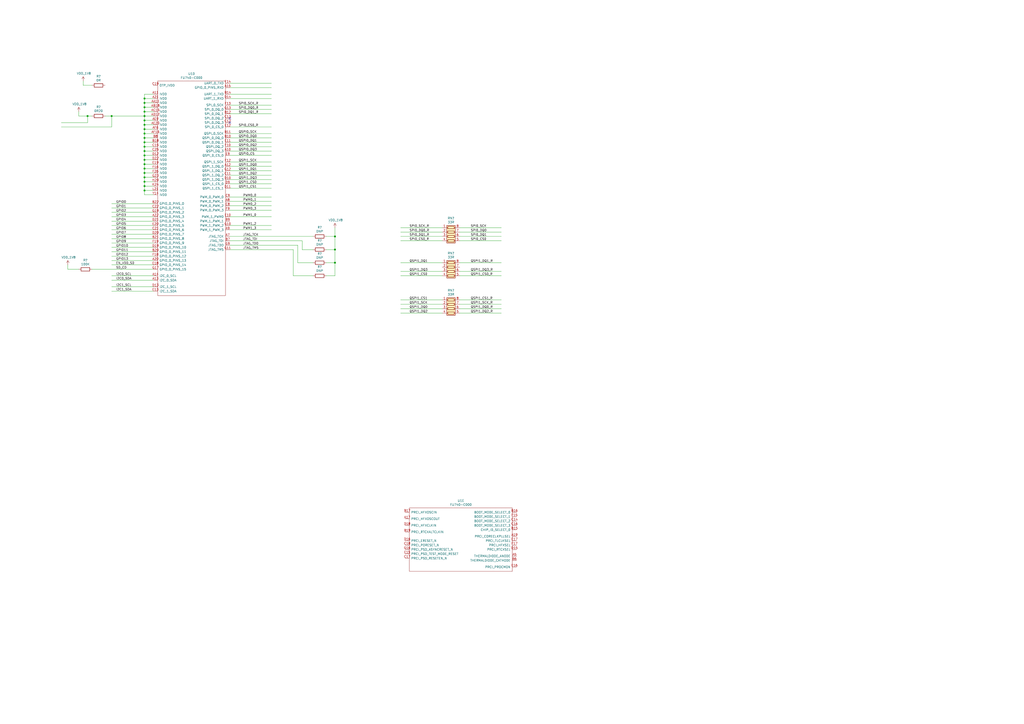
<source format=kicad_sch>
(kicad_sch (version 20231120) (generator "eeschema") (generator_version "8.0")
  (paper "A2")
  (junction (at 64.77 67.31))
  (junction (at 83.82 80.01))
  (junction (at 194.31 152.4))
  (junction (at 83.82 85.09))
  (junction (at 83.82 100.33))
  (junction (at 83.82 67.31))
  (junction (at 50.8 67.31))
  (junction (at 83.82 97.79))
  (junction (at 194.31 137.16))
  (junction (at 83.82 62.23))
  (junction (at 83.82 107.95))
  (junction (at 83.82 90.17))
  (junction (at 83.82 102.87))
  (junction (at 83.82 59.69))
  (junction (at 83.82 74.93))
  (junction (at 83.82 69.85))
  (junction (at 83.82 87.63))
  (junction (at 194.31 144.78))
  (junction (at 83.82 64.77))
  (junction (at 83.82 92.71))
  (junction (at 83.82 82.55))
  (junction (at 83.82 77.47))
  (junction (at 83.82 57.15))
  (junction (at 83.82 110.49))
  (junction (at 83.82 72.39))
  (junction (at 83.82 95.25))
  (junction (at 83.82 105.41))
  (no_connect (at 133.35 71.12))
  (no_connect (at 133.35 68.58))
  (wire (pts (xy 133.35 109.22) (xy 157.48 109.22)))
  (wire (pts (xy 88.9 80.01) (xy 83.82 80.01)))
  (wire (pts (xy 194.31 160.02) (xy 194.31 152.4)))
  (wire (pts (xy 290.83 157.48) (xy 266.7 157.48)))
  (wire (pts (xy 157.48 125.73) (xy 133.35 125.73)))
  (wire (pts (xy 88.9 130.81) (xy 64.77 130.81)))
  (wire (pts (xy 133.35 93.98) (xy 157.48 93.98)))
  (wire (pts (xy 88.9 92.71) (xy 83.82 92.71)))
  (wire (pts (xy 157.48 133.35) (xy 133.35 133.35)))
  (wire (pts (xy 45.72 64.77) (xy 45.72 67.31)))
  (wire (pts (xy 194.31 152.4) (xy 194.31 144.78)))
  (wire (pts (xy 83.82 82.55) (xy 83.82 80.01)))
  (wire (pts (xy 194.31 144.78) (xy 194.31 137.16)))
  (wire (pts (xy 88.9 90.17) (xy 83.82 90.17)))
  (wire (pts (xy 53.34 49.53) (xy 48.26 49.53)))
  (wire (pts (xy 88.9 153.67) (xy 64.77 153.67)))
  (wire (pts (xy 157.48 130.81) (xy 133.35 130.81)))
  (wire (pts (xy 172.72 142.24) (xy 133.35 142.24)))
  (wire (pts (xy 88.9 166.37) (xy 64.77 166.37)))
  (wire (pts (xy 290.83 132.08) (xy 266.7 132.08)))
  (wire (pts (xy 83.82 64.77) (xy 83.82 67.31)))
  (wire (pts (xy 83.82 92.71) (xy 83.82 90.17)))
  (wire (pts (xy 189.23 137.16) (xy 194.31 137.16)))
  (wire (pts (xy 83.82 110.49) (xy 83.82 107.95)))
  (wire (pts (xy 133.35 54.61) (xy 157.48 54.61)))
  (wire (pts (xy 83.82 62.23) (xy 83.82 64.77)))
  (wire (pts (xy 290.83 137.16) (xy 266.7 137.16)))
  (wire (pts (xy 45.72 67.31) (xy 50.8 67.31)))
  (wire (pts (xy 133.35 73.66) (xy 157.48 73.66)))
  (wire (pts (xy 88.9 162.56) (xy 64.77 162.56)))
  (wire (pts (xy 88.9 113.03) (xy 83.82 113.03)))
  (wire (pts (xy 88.9 120.65) (xy 64.77 120.65)))
  (wire (pts (xy 157.48 121.92) (xy 133.35 121.92)))
  (wire (pts (xy 83.82 59.69) (xy 83.82 62.23)))
  (wire (pts (xy 83.82 95.25) (xy 83.82 92.71)))
  (wire (pts (xy 88.9 77.47) (xy 83.82 77.47)))
  (wire (pts (xy 256.54 152.4) (xy 232.41 152.4)))
  (wire (pts (xy 133.35 82.55) (xy 157.48 82.55)))
  (wire (pts (xy 88.9 160.02) (xy 64.77 160.02)))
  (wire (pts (xy 256.54 134.62) (xy 232.41 134.62)))
  (wire (pts (xy 181.61 152.4) (xy 172.72 152.4)))
  (wire (pts (xy 189.23 160.02) (xy 194.31 160.02)))
  (wire (pts (xy 133.35 104.14) (xy 157.48 104.14)))
  (wire (pts (xy 83.82 72.39) (xy 83.82 69.85)))
  (wire (pts (xy 83.82 100.33) (xy 83.82 97.79)))
  (wire (pts (xy 133.35 101.6) (xy 157.48 101.6)))
  (wire (pts (xy 290.83 134.62) (xy 266.7 134.62)))
  (wire (pts (xy 88.9 118.11) (xy 64.77 118.11)))
  (wire (pts (xy 181.61 137.16) (xy 133.35 137.16)))
  (wire (pts (xy 88.9 123.19) (xy 64.77 123.19)))
  (wire (pts (xy 50.8 71.12) (xy 35.56 71.12)))
  (wire (pts (xy 83.82 67.31) (xy 88.9 67.31)))
  (wire (pts (xy 133.35 85.09) (xy 157.48 85.09)))
  (wire (pts (xy 83.82 102.87) (xy 83.82 100.33)))
  (wire (pts (xy 256.54 181.61) (xy 232.41 181.61)))
  (wire (pts (xy 88.9 133.35) (xy 64.77 133.35)))
  (wire (pts (xy 88.9 102.87) (xy 83.82 102.87)))
  (wire (pts (xy 157.48 116.84) (xy 133.35 116.84)))
  (wire (pts (xy 50.8 67.31) (xy 50.8 71.12)))
  (wire (pts (xy 133.35 99.06) (xy 157.48 99.06)))
  (wire (pts (xy 50.8 67.31) (xy 53.34 67.31)))
  (wire (pts (xy 60.96 67.31) (xy 64.77 67.31)))
  (wire (pts (xy 170.18 160.02) (xy 170.18 144.78)))
  (wire (pts (xy 88.9 105.41) (xy 83.82 105.41)))
  (wire (pts (xy 83.82 54.61) (xy 83.82 57.15)))
  (wire (pts (xy 290.83 160.02) (xy 266.7 160.02)))
  (wire (pts (xy 133.35 90.17) (xy 157.48 90.17)))
  (wire (pts (xy 64.77 73.66) (xy 35.56 73.66)))
  (wire (pts (xy 175.26 139.7) (xy 133.35 139.7)))
  (wire (pts (xy 88.9 107.95) (xy 83.82 107.95)))
  (wire (pts (xy 48.26 49.53) (xy 48.26 46.99)))
  (wire (pts (xy 88.9 95.25) (xy 83.82 95.25)))
  (wire (pts (xy 83.82 57.15) (xy 83.82 59.69)))
  (wire (pts (xy 256.54 176.53) (xy 232.41 176.53)))
  (wire (pts (xy 290.83 173.99) (xy 266.7 173.99)))
  (wire (pts (xy 133.35 50.8) (xy 157.48 50.8)))
  (wire (pts (xy 88.9 135.89) (xy 64.77 135.89)))
  (wire (pts (xy 88.9 143.51) (xy 64.77 143.51)))
  (wire (pts (xy 88.9 97.79) (xy 83.82 97.79)))
  (wire (pts (xy 290.83 181.61) (xy 266.7 181.61)))
  (wire (pts (xy 45.72 156.21) (xy 39.37 156.21)))
  (wire (pts (xy 88.9 72.39) (xy 83.82 72.39)))
  (wire (pts (xy 83.82 77.47) (xy 83.82 74.93)))
  (wire (pts (xy 88.9 62.23) (xy 83.82 62.23)))
  (wire (pts (xy 133.35 77.47) (xy 157.48 77.47)))
  (wire (pts (xy 64.77 67.31) (xy 83.82 67.31)))
  (wire (pts (xy 88.9 138.43) (xy 64.77 138.43)))
  (wire (pts (xy 181.61 144.78) (xy 175.26 144.78)))
  (wire (pts (xy 256.54 160.02) (xy 232.41 160.02)))
  (wire (pts (xy 256.54 157.48) (xy 232.41 157.48)))
  (wire (pts (xy 172.72 152.4) (xy 172.72 142.24)))
  (wire (pts (xy 189.23 144.78) (xy 194.31 144.78)))
  (wire (pts (xy 133.35 106.68) (xy 157.48 106.68)))
  (wire (pts (xy 290.83 139.7) (xy 266.7 139.7)))
  (wire (pts (xy 175.26 144.78) (xy 175.26 139.7)))
  (wire (pts (xy 88.9 59.69) (xy 83.82 59.69)))
  (wire (pts (xy 133.35 60.96) (xy 157.48 60.96)))
  (wire (pts (xy 189.23 152.4) (xy 194.31 152.4)))
  (wire (pts (xy 64.77 67.31) (xy 64.77 73.66)))
  (wire (pts (xy 133.35 48.26) (xy 157.48 48.26)))
  (wire (pts (xy 290.83 152.4) (xy 266.7 152.4)))
  (wire (pts (xy 133.35 57.15) (xy 157.48 57.15)))
  (wire (pts (xy 88.9 151.13) (xy 64.77 151.13)))
  (wire (pts (xy 88.9 140.97) (xy 64.77 140.97)))
  (wire (pts (xy 88.9 125.73) (xy 64.77 125.73)))
  (wire (pts (xy 256.54 139.7) (xy 232.41 139.7)))
  (wire (pts (xy 83.82 74.93) (xy 83.82 72.39)))
  (wire (pts (xy 83.82 107.95) (xy 83.82 105.41)))
  (wire (pts (xy 83.82 90.17) (xy 83.82 87.63)))
  (wire (pts (xy 88.9 168.91) (xy 64.77 168.91)))
  (wire (pts (xy 88.9 54.61) (xy 83.82 54.61)))
  (wire (pts (xy 83.82 80.01) (xy 83.82 77.47)))
  (wire (pts (xy 88.9 148.59) (xy 64.77 148.59)))
  (wire (pts (xy 170.18 144.78) (xy 133.35 144.78)))
  (wire (pts (xy 39.37 156.21) (xy 39.37 153.67)))
  (wire (pts (xy 88.9 57.15) (xy 83.82 57.15)))
  (wire (pts (xy 88.9 128.27) (xy 64.77 128.27)))
  (wire (pts (xy 133.35 96.52) (xy 157.48 96.52)))
  (wire (pts (xy 290.83 176.53) (xy 266.7 176.53)))
  (wire (pts (xy 157.48 119.38) (xy 133.35 119.38)))
  (wire (pts (xy 256.54 179.07) (xy 232.41 179.07)))
  (wire (pts (xy 181.61 160.02) (xy 170.18 160.02)))
  (wire (pts (xy 88.9 82.55) (xy 83.82 82.55)))
  (wire (pts (xy 88.9 110.49) (xy 83.82 110.49)))
  (wire (pts (xy 83.82 69.85) (xy 83.82 67.31)))
  (wire (pts (xy 157.48 114.3) (xy 133.35 114.3)))
  (wire (pts (xy 256.54 173.99) (xy 232.41 173.99)))
  (wire (pts (xy 53.34 156.21) (xy 88.9 156.21)))
  (wire (pts (xy 83.82 105.41) (xy 83.82 102.87)))
  (wire (pts (xy 83.82 85.09) (xy 83.82 82.55)))
  (wire (pts (xy 83.82 87.63) (xy 83.82 85.09)))
  (wire (pts (xy 133.35 63.5) (xy 157.48 63.5)))
  (wire (pts (xy 256.54 132.08) (xy 232.41 132.08)))
  (wire (pts (xy 133.35 80.01) (xy 157.48 80.01)))
  (wire (pts (xy 83.82 113.03) (xy 83.82 110.49)))
  (wire (pts (xy 88.9 64.77) (xy 83.82 64.77)))
  (wire (pts (xy 194.31 137.16) (xy 194.31 132.08)))
  (wire (pts (xy 88.9 69.85) (xy 83.82 69.85)))
  (wire (pts (xy 88.9 85.09) (xy 83.82 85.09)))
  (wire (pts (xy 290.83 179.07) (xy 266.7 179.07)))
  (wire (pts (xy 133.35 87.63) (xy 157.48 87.63)))
  (wire (pts (xy 88.9 100.33) (xy 83.82 100.33)))
  (wire (pts (xy 256.54 137.16) (xy 232.41 137.16)))
  (wire (pts (xy 88.9 146.05) (xy 64.77 146.05)))
  (wire (pts (xy 88.9 74.93) (xy 83.82 74.93)))
  (wire (pts (xy 133.35 66.04) (xy 157.48 66.04)))
  (wire (pts (xy 83.82 97.79) (xy 83.82 95.25)))
  (wire (pts (xy 88.9 87.63) (xy 83.82 87.63)))
  (label "QSPI1_DQ0" (at 138.43 96.52 0))
  (label "SPI0_SCK_R" (at 237.49 132.08 0))
  (label "EN_VDD_SD" (at 67.31 153.67 0))
  (label "SPI0_SCK_R" (at 138.43 60.96 0))
  (label "QSPI0_DQ2" (at 138.43 85.09 0))
  (label "GPIO3" (at 67.31 125.73 0))
  (label "I2C0_SDA" (at 67.31 162.56 0))
  (label "GPIO11" (at 67.31 146.05 0))
  (label "JTAG_TDO" (at 140.97 142.24 0))
  (label "QSPI0_DQ1" (at 138.43 82.55 0))
  (label "PWM1_0" (at 140.97 125.73 0))
  (label "QSPI0_DQ3" (at 138.43 87.63 0))
  (label "GPIO5" (at 67.31 130.81 0))
  (label "QSPI1_DQ1" (at 138.43 99.06 0))
  (label "I2C1_SDA" (at 67.31 168.91 0))
  (label "QSPI0_DQ0" (at 138.43 80.01 0))
  (label "QSPI1_DQ1_R" (at 273.05 152.4 0))
  (label "QSPI1_DQ3" (at 138.43 104.14 0))
  (label "SPI0_CS0_R" (at 237.49 139.7 0))
  (label "JTAG_TCK" (at 140.97 137.16 0))
  (label "QSPI1_CS1_R" (at 273.05 173.99 0))
  (label "GPIO13" (at 67.31 151.13 0))
  (label "GPIO8" (at 67.31 138.43 0))
  (label "GPIO12" (at 67.31 148.59 0))
  (label "GPIO0" (at 67.31 118.11 0))
  (label "QSPI1_DQ3" (at 237.49 157.48 0))
  (label "SPI0_DQ0" (at 273.05 134.62 0))
  (label "JTAG_TDI" (at 140.97 139.7 0))
  (label "SPI0_DQ1_R" (at 237.49 137.16 0))
  (label "SPI0_CS0_R" (at 138.43 73.66 0))
  (label "I2C0_SCL" (at 67.31 160.02 0))
  (label "SPI0_SCK" (at 273.05 132.08 0))
  (label "SPI0_DQ1_R" (at 138.43 66.04 0))
  (label "QSPI1_DQ0" (at 237.49 179.07 0))
  (label "QSPI1_CS0" (at 237.49 160.02 0))
  (label "GPIO6" (at 67.31 133.35 0))
  (label "SPI0_CS0" (at 273.05 139.7 0))
  (label "QSPI1_CS0_R" (at 273.05 160.02 0))
  (label "QSPI1_DQ3_R" (at 273.05 157.48 0))
  (label "QSPI1_DQ1" (at 237.49 152.4 0))
  (label "QSPI1_DQ2" (at 138.43 101.6 0))
  (label "GPIO4" (at 67.31 128.27 0))
  (label "QSPI1_SCK" (at 138.43 93.98 0))
  (label "GPIO10" (at 67.31 143.51 0))
  (label "QSPI1_DQ2_R" (at 273.05 181.61 0))
  (label "GPIO1" (at 67.31 120.65 0))
  (label "QSPI0_SCK" (at 138.43 77.47 0))
  (label "GPIO2" (at 67.31 123.19 0))
  (label "SPI0_DQ0_R" (at 237.49 134.62 0))
  (label "QSPI0_CS" (at 138.43 90.17 0))
  (label "QSPI1_CS1" (at 237.49 173.99 0))
  (label "QSPI1_CS0" (at 138.43 106.68 0))
  (label "GPIO7" (at 67.31 135.89 0))
  (label "QSPI1_DQ0_R" (at 273.05 179.07 0))
  (label "SPI0_DQ0_R" (at 138.43 63.5 0))
  (label "QSPI1_DQ2" (at 237.49 181.61 0))
  (label "PWM1_2" (at 140.97 130.81 0))
  (label "PWM0_1" (at 140.97 116.84 0))
  (label "PWM1_3" (at 140.97 133.35 0))
  (label "QSPI1_SCK" (at 237.49 176.53 0))
  (label "PWM0_0" (at 140.97 114.3 0))
  (label "PWM0_3" (at 140.97 121.92 0))
  (label "QSPI1_SCK_R" (at 273.05 176.53 0))
  (label "I2C1_SCL" (at 67.31 166.37 0))
  (label "SPI0_DQ1" (at 273.05 137.16 0))
  (label "JTAG_TMS" (at 140.97 144.78 0))
  (label "QSPI1_CS1" (at 138.43 109.22 0))
  (label "SD_CD" (at 67.31 156.21 0))
  (label "PWM0_2" (at 140.97 119.38 0))
  (label "GPIO9" (at 67.31 140.97 0))
  (symbol (lib_name "sifive:FU740-C000") (lib_id "sifive:FU740-C000") (at 110.49 45.72 0) (unit 4)
    (property "Reference" "U1" (at 111.125 42.799 0))
    (property "Value" "FU740-C000" (at 111.125 45.1104 0))
    (property "Datasheet" "https://sifive.cdn.prismic.io/sifive/d0556df9-55c6-47a8-b0f2-4b1521546543_hifive-unmatched-datasheet.pdf" (effects (hide yes)))
  )
  (symbol (lib_name "sifive:FU740-C000") (lib_id "sifive:FU740-C000") (at 266.7 293.37 0) (unit 5)
    (property "Reference" "U1" (at 267.335 290.449 0))
    (property "Value" "FU740-C000" (at 267.335 292.7604 0))
    (property "Datasheet" "https://sifive.cdn.prismic.io/sifive/d0556df9-55c6-47a8-b0f2-4b1521546543_hifive-unmatched-datasheet.pdf" (effects (hide yes)))
  )
  (symbol (lib_id "Device:R") (at 57.15 67.31 270) (unit 1)
    (property "Reference" "R?" (at 57.15 62.0522 90))
    (property "Value" "0R20" (at 57.15 64.3636 90))
  )
  (symbol (lib_id "power_custom:VDD_1V8") (at 45.72 64.77 0) (unit 1)
    (property "Reference" "#PWR?" (effects (hide yes)))
    (property "Value" "VDD_1V8" (at 46.101 60.3758 0))
  )
  (symbol (lib_id "Device:R") (at 49.53 156.21 270) (unit 1)
    (property "Reference" "R?" (at 49.53 150.9522 90))
    (property "Value" "100K" (at 49.53 153.2636 90))
  )
  (symbol (lib_id "power_custom:VDD_1V8") (at 39.37 153.67 0) (unit 1)
    (property "Reference" "#PWR?" (effects (hide yes)))
    (property "Value" "VDD_1V8" (at 39.751 149.2758 0))
  )
  (symbol (lib_id "Device:R") (at 57.15 49.53 270) (unit 1)
    (property "Reference" "R?" (at 57.15 44.2722 90))
    (property "Value" "0R" (at 57.15 46.5836 90))
  )
  (symbol (lib_id "power_custom:VDD_1V8") (at 48.26 46.99 0) (unit 1)
    (property "Reference" "#PWR?" (effects (hide yes)))
    (property "Value" "VDD_1V8" (at 48.641 42.5958 0))
  )
  (symbol (lib_id "Device:R") (at 185.42 137.16 270) (unit 1)
    (property "Reference" "R?" (at 185.42 131.9022 90))
    (property "Value" "DNP" (at 185.42 134.2136 90))
  )
  (symbol (lib_id "Device:R") (at 185.42 144.78 270) (unit 1)
    (property "Reference" "R?" (at 185.42 139.5222 90))
    (property "Value" "DNP" (at 185.42 141.8336 90))
  )
  (symbol (lib_id "Device:R") (at 185.42 152.4 270) (unit 1)
    (property "Reference" "R?" (at 185.42 147.1422 90))
    (property "Value" "DNP" (at 185.42 149.4536 90))
  )
  (symbol (lib_id "Device:R") (at 185.42 160.02 270) (unit 1)
    (property "Reference" "R?" (at 185.42 154.7622 90))
    (property "Value" "DNP" (at 185.42 157.0736 90))
  )
  (symbol (lib_id "power_custom:VDD_1V8") (at 194.31 132.08 0) (unit 1)
    (property "Reference" "#PWR?" (effects (hide yes)))
    (property "Value" "VDD_1V8" (at 194.691 127.6858 0))
  )
  (symbol (lib_id "Device:R_Pack04") (at 261.62 137.16 270) (unit 1)
    (property "Reference" "RN?" (at 261.62 126.5682 90))
    (property "Value" "33R" (at 261.62 128.8796 90))
  )
  (symbol (lib_id "Device:R_Pack04") (at 261.62 157.48 270) (unit 1)
    (property "Reference" "RN?" (at 261.62 146.8882 90))
    (property "Value" "33R" (at 261.62 149.1996 90))
  )
  (symbol (lib_id "Device:R_Pack04") (at 261.62 179.07 270) (unit 1)
    (property "Reference" "RN?" (at 261.62 168.4782 90))
    (property "Value" "33R" (at 261.62 170.7896 90))
  )
)
</source>
